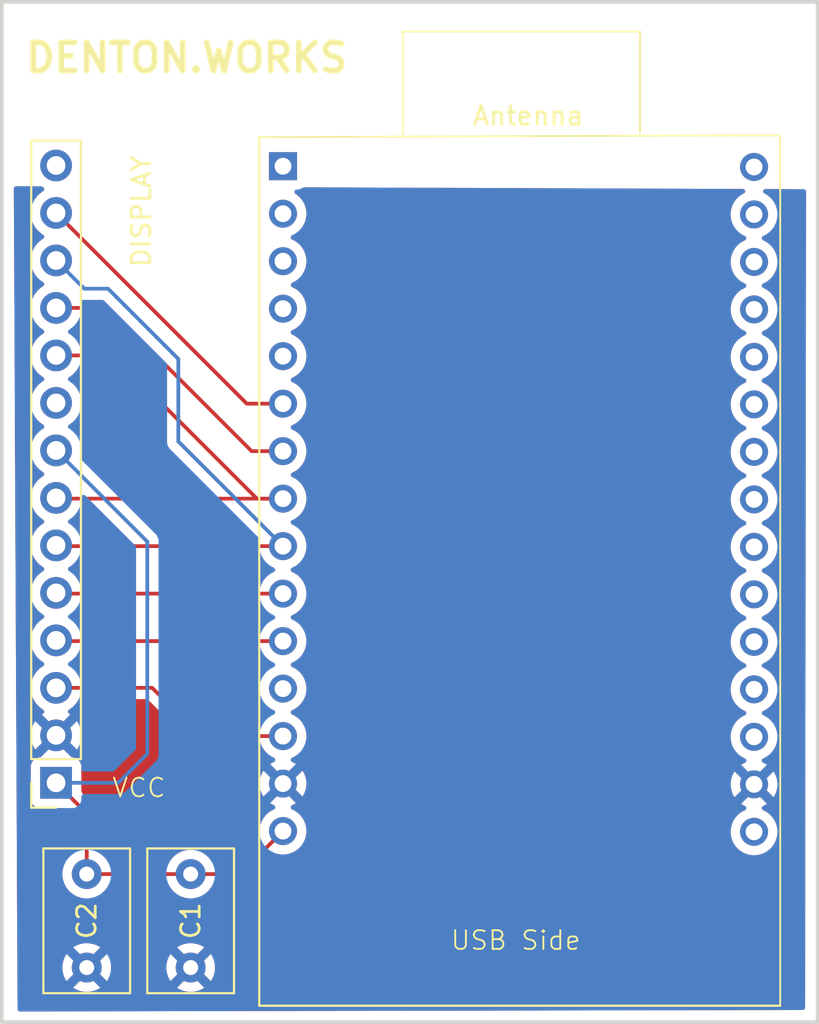
<source format=kicad_pcb>
(kicad_pcb (version 20241229) (generator "pcbnew") (generator_version "9.0")
  (layers (0 "F.Cu" signal) (2 "B.Cu" signal) (13 "F.Paste" user) (15 "B.Paste" user) (5 "F.SilkS" user "F.Silkscreen") (7 "B.SilkS" user "B.Silkscreen") (1 "F.Mask" user) (3 "B.Mask" user) (25 "Edge.Cuts" user))
  (net 0 "")
  (net 1 "GND")
  (net 2 "Net-(J1-Pin_1)")
  (net 3 "Net-(J1-Pin_10)")
  (net 4 "Net-(J2-Pin_10)")
  (net 6 "Net-(J2-Pin_9)")
  (net 8 "Net-(J1-Pin_5)")
  (net 9 "Net-(J1-Pin_4)")
  (net 10 "Net-(J1-Pin_12)")
  (net 11 "Net-(J1-Pin_3)")
  (footprint "Capacitor_THT:C_Disc_D7.5mm_W4.4mm_P5.00mm" (layer "F.Cu") (at 109.99 107.53 90)
    (property "Reference" "C1" (at 2.5 0 90) (layer "F.SilkS"))
    (property "Value" "C_Small_US" (hide yes))
    (fp_line (start 6.37 -2.32) (end 6.37 2.32) (stroke (width 0.12)) (layer "F.SilkS"))
    (fp_line (start -1.37 -2.32) (end 6.37 -2.32) (stroke (width 0.12)) (layer "F.SilkS"))
    (fp_line (start 6.37 2.32) (end -1.37 2.32) (stroke (width 0.12)) (layer "F.SilkS"))
    (fp_line (start -1.37 2.32) (end -1.37 -2.32) (stroke (width 0.12)) (layer "F.SilkS"))
    (pad "1" thru_hole circle (at 0 0 90) (size 1.6 1.6) (drill 0.8) (layers "*.Cu" "*.Mask") (net 1 "GND"))
    (pad "2" thru_hole circle (at 5 0 90) (size 1.6 1.6) (drill 0.8) (layers "*.Cu" "*.Mask") (net 2 "Net-(J1-Pin_1)"))
  )
  (footprint "Connector_PinSocket_2.54mm:TFT-14pin-Alex" (layer "F.Cu") (at 102.79 97.65 180)
    (property "Reference" "J1" (hide yes))
    (property "Value" "DISPLAY" (at -4.56 30.57 90) (layer "F.SilkS"))
    (fp_line (start 1.33 1.27) (end 1.33 34.35) (stroke (width 0.12)) (layer "F.SilkS"))
    (fp_line (start 1.33 -1.33) (end 1.33 0) (stroke (width 0.12)) (layer "F.SilkS"))
    (fp_line (start 0 -1.33) (end 1.33 -1.33) (stroke (width 0.12)) (layer "F.SilkS"))
    (fp_line (start -1.33 34.35) (end 1.33 34.35) (stroke (width 0.12)) (layer "F.SilkS"))
    (fp_line (start -1.33 1.27) (end 1.33 1.27) (stroke (width 0.12)) (layer "F.SilkS"))
    (fp_line (start -1.33 1.27) (end -1.33 34.35) (stroke (width 0.12)) (layer "F.SilkS"))
    (pad "CS" thru_hole circle (at 0 5.08 180) (size 1.7 1.7) (drill 1) (layers "*.Cu" "*.Mask") (net 11 "Net-(J1-Pin_3)"))
    (pad "DC" thru_hole circle (at 0 10.16 180) (size 1.7 1.7) (drill 1) (layers "*.Cu" "*.Mask") (net 8 "Net-(J1-Pin_5)"))
    (pad "GND" thru_hole circle (at 0 2.54 180) (size 1.7 1.7) (drill 1) (layers "*.Cu" "*.Mask") (net 1 "GND"))
    (pad "LED" thru_hole circle (at 0 17.78 180) (size 1.7 1.7) (drill 1) (layers "*.Cu" "*.Mask") (net 2 "Net-(J1-Pin_1)"))
    (pad "MISO" thru_hole circle (at 0 20.32 180) (size 1.7 1.7) (drill 1) (layers "*.Cu" "*.Mask"))
    (pad "MOSI" thru_hole circle (at 0 12.7 180) (size 1.7 1.7) (drill 1) (layers "*.Cu" "*.Mask") (net 10 "Net-(J1-Pin_12)"))
    (pad "RST" thru_hole circle (at 0 7.62 180) (size 1.7 1.7) (drill 1) (layers "*.Cu" "*.Mask") (net 9 "Net-(J1-Pin_4)"))
    (pad "SCK" thru_hole circle (at 0 15.24 180) (size 1.7 1.7) (drill 1) (layers "*.Cu" "*.Mask") (net 3 "Net-(J1-Pin_10)"))
    (pad "T_CLK" thru_hole circle (at 0 22.86 180) (size 1.7 1.7) (drill 1) (layers "*.Cu" "*.Mask") (net 3 "Net-(J1-Pin_10)"))
    (pad "T_CS" thru_hole circle (at 0 25.4 180) (size 1.7 1.7) (drill 1) (layers "*.Cu" "*.Mask") (net 6 "Net-(J2-Pin_9)"))
    (pad "T_DIN" thru_hole circle (at 0 27.94 180) (size 1.7 1.7) (drill 1) (layers "*.Cu" "*.Mask") (net 10 "Net-(J1-Pin_12)"))
    (pad "T_DO" thru_hole circle (at 0 30.48 180) (size 1.7 1.7) (drill 1) (layers "*.Cu" "*.Mask") (net 4 "Net-(J2-Pin_10)"))
    (pad "T_IRQ" thru_hole circle (at 0 33.02 180) (size 1.7 1.7) (drill 1) (layers "*.Cu" "*.Mask"))
    (pad "VCC" thru_hole rect (at 0 0 180) (size 1.7 1.7) (drill 1) (layers "*.Cu" "*.Mask") (net 2 "Net-(J1-Pin_1)"))
  )
  (footprint "Capacitor_THT:C_Disc_D7.5mm_W4.4mm_P5.00mm" (layer "F.Cu") (at 104.43 107.53 90)
    (property "Reference" "C2" (at 2.5 0 90) (layer "F.SilkS"))
    (property "Value" "C_Small_US" (hide yes))
    (fp_line (start 6.37 -2.32) (end 6.37 2.32) (stroke (width 0.12)) (layer "F.SilkS"))
    (fp_line (start -1.37 -2.32) (end 6.37 -2.32) (stroke (width 0.12)) (layer "F.SilkS"))
    (fp_line (start 6.37 2.32) (end -1.37 2.32) (stroke (width 0.12)) (layer "F.SilkS"))
    (fp_line (start -1.37 2.32) (end -1.37 -2.32) (stroke (width 0.12)) (layer "F.SilkS"))
    (pad "1" thru_hole circle (at 0 0 90) (size 1.6 1.6) (drill 0.8) (layers "*.Cu" "*.Mask") (net 1 "GND"))
    (pad "2" thru_hole circle (at 5 0 90) (size 1.6 1.6) (drill 0.8) (layers "*.Cu" "*.Mask") (net 2 "Net-(J1-Pin_1)"))
  )
  (footprint "RF_Module:ESP32-C3-30pin-Alex" (layer "F.Cu") (at 114.93 64.67)
    (property "Reference" "J2" (hide yes))
    (property "Value" "ESP32 30-Pin" (hide yes))
    (fp_line (start -1.27 44.9) (end -1.27 -1.55) (stroke (width 0.12)) (layer "F.SilkS"))
    (fp_line (start 6.4 -7.2025) (end 19.1 -7.2025) (stroke (width 0.1)) (layer "F.SilkS"))
    (fp_line (start 6.4 -1.580197) (end 6.4 -7.2025) (stroke (width 0.1)) (layer "F.SilkS"))
    (fp_line (start 19.1 -7.2025) (end 19.1 -1.7975) (stroke (width 0.1)) (layer "F.SilkS"))
    (fp_line (start 24.13 -1.65) (end -1.27 -1.55) (stroke (width 0.1)) (layer "F.SilkS"))
    (fp_line (start 26.6 -1.65) (end 24.13 -1.65) (stroke (width 0.1)) (layer "F.SilkS"))
    (fp_line (start 26.6 44.9) (end -1.27 44.9) (stroke (width 0.12)) (layer "F.SilkS"))
    (fp_line (start 26.6 44.9) (end 26.6 -1.65) (stroke (width 0.1)) (layer "F.SilkS"))
    (fp_text user "USB Side" (at 8.91 41.99 0) (layer "F.SilkS") (effects (font (thickness 0.1)) (justify left bottom)))
    (fp_text user "Antenna" (at 13.12 -2.7 0) (layer "F.SilkS"))
    (pad "1" thru_hole circle (at 25.2 5.12) (size 1.5 1.5) (drill 0.9) (layers "*.Cu" "*.Mask"))
    (pad "2" thru_hole circle (at 25.2 27.98) (size 1.5 1.5) (drill 0.9) (layers "*.Cu" "*.Mask"))
    (pad "3" thru_hole circle (at 25.2 7.66) (size 1.5 1.5) (drill 0.9) (layers "*.Cu" "*.Mask"))
    (pad "3.3V" thru_hole circle (at 25.2 35.6) (size 1.5 1.5) (drill 0.9) (layers "*.Cu" "*.Mask"))
    (pad "4" thru_hole circle (at 25.2 25.44) (size 1.5 1.5) (drill 0.9) (layers "*.Cu" "*.Mask"))
    (pad "5" thru_hole circle (at 25.2 17.82) (size 1.5 1.5) (drill 0.9) (layers "*.Cu" "*.Mask"))
    (pad "12" thru_hole circle (at 0 27.94) (size 1.5 1.5) (drill 0.9) (layers "*.Cu" "*.Mask"))
    (pad "13" thru_hole circle (at 0 30.48) (size 1.5 1.5) (drill 0.9) (layers "*.Cu" "*.Mask") (net 11 "Net-(J1-Pin_3)"))
    (pad "14" thru_hole circle (at 0 25.4) (size 1.5 1.5) (drill 0.9) (layers "*.Cu" "*.Mask") (net 9 "Net-(J1-Pin_4)"))
    (pad "15" thru_hole circle (at 25.2 30.52) (size 1.5 1.5) (drill 0.9) (layers "*.Cu" "*.Mask"))
    (pad "16" thru_hole circle (at 25.2 22.9) (size 1.5 1.5) (drill 0.9) (layers "*.Cu" "*.Mask"))
    (pad "17" thru_hole circle (at 25.2 20.36) (size 1.5 1.5) (drill 0.9) (layers "*.Cu" "*.Mask"))
    (pad "18" thru_hole circle (at 25.2 15.28) (size 1.5 1.5) (drill 0.9) (layers "*.Cu" "*.Mask"))
    (pad "19" thru_hole circle (at 25.2 12.74) (size 1.5 1.5) (drill 0.9) (layers "*.Cu" "*.Mask"))
    (pad "21" thru_hole circle (at 25.2 10.2) (size 1.5 1.5) (drill 0.9) (layers "*.Cu" "*.Mask"))
    (pad "22" thru_hole circle (at 25.2 2.58) (size 1.5 1.5) (drill 0.9) (layers "*.Cu" "*.Mask"))
    (pad "23" thru_hole circle (at 25.2 0.04) (size 1.5 1.5) (drill 0.9) (layers "*.Cu" "*.Mask"))
    (pad "25" thru_hole circle (at 0 17.78) (size 1.5 1.5) (drill 0.9) (layers "*.Cu" "*.Mask") (net 3 "Net-(J1-Pin_10)"))
    (pad "26" thru_hole circle (at 0 20.32) (size 1.5 1.5) (drill 0.9) (layers "*.Cu" "*.Mask") (net 10 "Net-(J1-Pin_12)"))
    (pad "27" thru_hole circle (at 0 22.86) (size 1.5 1.5) (drill 0.9) (layers "*.Cu" "*.Mask") (net 8 "Net-(J1-Pin_5)"))
    (pad "32" thru_hole circle (at 0 12.7) (size 1.5 1.5) (drill 0.9) (layers "*.Cu" "*.Mask") (net 4 "Net-(J2-Pin_10)"))
    (pad "33" thru_hole circle (at 0 15.24) (size 1.5 1.5) (drill 0.9) (layers "*.Cu" "*.Mask") (net 6 "Net-(J2-Pin_9)"))
    (pad "34" thru_hole circle (at 0 7.62) (size 1.5 1.5) (drill 0.9) (layers "*.Cu" "*.Mask"))
    (pad "35" thru_hole circle (at 0 10.16) (size 1.5 1.5) (drill 0.9) (layers "*.Cu" "*.Mask"))
    (pad "36" thru_hole circle (at 0 2.54) (size 1.5 1.5) (drill 0.9) (layers "*.Cu" "*.Mask"))
    (pad "39" thru_hole circle (at 0 5.08) (size 1.5 1.5) (drill 0.9) (layers "*.Cu" "*.Mask"))
    (pad "EN" thru_hole rect (at 0 0) (size 1.5 1.5) (drill 0.9) (layers "*.Cu" "*.Mask"))
    (pad "GND" thru_hole circle (at 0 33.02) (size 1.5 1.5) (drill 0.9) (layers "*.Cu" "*.Mask") (net 1 "GND"))
    (pad "GND" thru_hole circle (at 25.2 33.06) (size 1.5 1.5) (drill 0.9) (layers "*.Cu" "*.Mask") (net 1 "GND"))
    (pad "VIN" thru_hole circle (at 0 35.56) (size 1.5 1.5) (drill 0.9) (layers "*.Cu" "*.Mask") (net 2 "Net-(J1-Pin_1)"))
  )
  (gr_rect (start 99.89 55.88) (end 143.53 110.45) (stroke (width 0.2)) (fill no) (layer "Edge.Cuts"))
  (gr_text "DENTON.WORKS" (at 101.01 59.75 0) (layer "F.SilkS") (effects (font (size 1.5 1.5) (thickness 0.3) (bold yes)) (justify left bottom)))
  (gr_text "VCC" (at 105.73 98.5 0) (layer "F.SilkS") (effects (font (size 1 1) (thickness 0.1)) (justify left bottom)))
  (segment (start 104.43 102.53) (end 104.43 99.29) (width 0.2) (layer "F.Cu") (net 2))
  (segment (start 112.63 102.53) (end 109.99 102.53) (width 0.2) (layer "F.Cu") (net 2))
  (segment (start 114.93 100.23) (end 112.63 102.53) (width 0.2) (layer "F.Cu") (net 2))
  (segment (start 104.43 99.29) (end 102.79 97.65) (width 0.2) (layer "F.Cu") (net 2))
  (segment (start 109.99 102.53) (end 104.43 102.53) (width 0.2) (layer "F.Cu") (net 2))
  (segment (start 107.67 84.75) (end 107.67 96.1) (width 0.2) (layer "B.Cu") (net 2))
  (segment (start 107.67 96.1) (end 106.12 97.65) (width 0.2) (layer "B.Cu") (net 2))
  (segment (start 102.79 79.87) (end 107.67 84.75) (width 0.2) (layer "B.Cu") (net 2))
  (segment (start 106.12 97.65) (end 102.79 97.65) (width 0.2) (layer "B.Cu") (net 2))
  (segment (start 114.93 82.45) (end 102.83 82.45) (width 0.2) (layer "F.Cu") (net 3))
  (segment (start 102.79 74.79) (end 105.87 74.79) (width 0.2) (layer "F.Cu") (net 3))
  (segment (start 105.87 74.79) (end 113.53 82.45) (width 0.2) (layer "F.Cu") (net 3))
  (segment (start 102.83 82.45) (end 102.79 82.41) (width 0.2) (layer "F.Cu") (net 3))
  (segment (start 113.53 82.45) (end 114.93 82.45) (width 0.2) (layer "F.Cu") (net 3))
  (segment (start 112.99 77.37) (end 102.79 67.17) (width 0.2) (layer "F.Cu") (net 4))
  (segment (start 114.93 77.37) (end 112.99 77.37) (width 0.2) (layer "F.Cu") (net 4))
  (segment (start 105.59 72.25) (end 102.79 72.25) (width 0.2) (layer "F.Cu") (net 6))
  (segment (start 113.25 79.91) (end 105.59 72.25) (width 0.2) (layer "F.Cu") (net 6))
  (segment (start 114.93 79.91) (end 113.25 79.91) (width 0.2) (layer "F.Cu") (net 6))
  (segment (start 102.83 87.53) (end 102.79 87.49) (width 0.2) (layer "F.Cu") (net 8))
  (segment (start 114.93 87.53) (end 102.83 87.53) (width 0.2) (layer "F.Cu") (net 8))
  (segment (start 114.93 90.07) (end 102.83 90.07) (width 0.2) (layer "F.Cu") (net 9))
  (segment (start 102.83 90.07) (end 102.79 90.03) (width 0.2) (layer "F.Cu") (net 9))
  (segment (start 114.93 84.99) (end 102.83 84.99) (width 0.2) (layer "F.Cu") (net 10))
  (segment (start 102.83 84.99) (end 102.79 84.95) (width 0.2) (layer "F.Cu") (net 10))
  (segment (start 109.33 74.98) (end 109.33 79.39) (width 0.2) (layer "B.Cu") (net 10))
  (segment (start 102.79 69.71) (end 104.3 71.22) (width 0.2) (layer "B.Cu") (net 10))
  (segment (start 105.57 71.22) (end 109.33 74.98) (width 0.2) (layer "B.Cu") (net 10))
  (segment (start 104.3 71.22) (end 105.57 71.22) (width 0.2) (layer "B.Cu") (net 10))
  (segment (start 109.33 79.39) (end 114.93 84.99) (width 0.2) (layer "B.Cu") (net 10))
  (segment (start 107.93 92.57) (end 102.79 92.57) (width 0.2) (layer "F.Cu") (net 11))
  (segment (start 110.51 95.15) (end 107.93 92.57) (width 0.2) (layer "F.Cu") (net 11))
  (segment (start 114.93 95.15) (end 110.51 95.15) (width 0.2) (layer "F.Cu") (net 11))
  (zone (net 1) (net_name "GND") (layers "F.Cu" "B.Cu") (connect_pads (clearance 0.5)) (min_thickness 0.25) (fill yes (thermal_gap 0.5) (thermal_bridge_width 0.5))
    (polygon (pts (xy 100.53 65.74) (xy 142.91 65.9) (xy 142.86 109.8) (xy 100.73 109.88)))
  )
)
</source>
